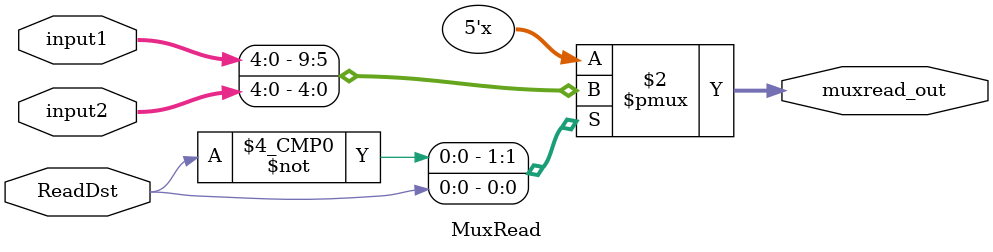
<source format=v>
`timescale 1ns / 1ps
module MuxRead(muxread_out, input1,input2, ReadDst);
input[4:0] input1,input2;
input ReadDst;
output reg [4:0] muxread_out;

always @ (input1,input2, ReadDst)
begin
case (ReadDst)
	0: muxread_out <= input1;
	1: muxread_out <= input2;
endcase
end

endmodule




</source>
